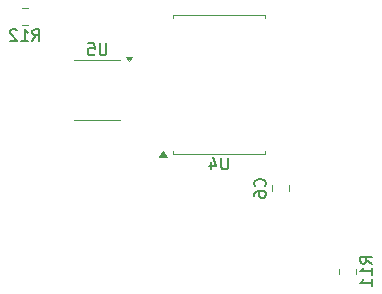
<source format=gbr>
%TF.GenerationSoftware,KiCad,Pcbnew,8.0.2-1*%
%TF.CreationDate,2024-05-27T06:20:34-04:00*%
%TF.ProjectId,ORA_Arduino_ESP_CAN_Shield_Rev_2,4f52415f-4172-4647-9569-6e6f5f455350,rev?*%
%TF.SameCoordinates,Original*%
%TF.FileFunction,Legend,Bot*%
%TF.FilePolarity,Positive*%
%FSLAX46Y46*%
G04 Gerber Fmt 4.6, Leading zero omitted, Abs format (unit mm)*
G04 Created by KiCad (PCBNEW 8.0.2-1) date 2024-05-27 06:20:34*
%MOMM*%
%LPD*%
G01*
G04 APERTURE LIST*
%ADD10C,0.150000*%
%ADD11C,0.120000*%
G04 APERTURE END LIST*
D10*
X152189580Y-79773333D02*
X152237200Y-79725714D01*
X152237200Y-79725714D02*
X152284819Y-79582857D01*
X152284819Y-79582857D02*
X152284819Y-79487619D01*
X152284819Y-79487619D02*
X152237200Y-79344762D01*
X152237200Y-79344762D02*
X152141961Y-79249524D01*
X152141961Y-79249524D02*
X152046723Y-79201905D01*
X152046723Y-79201905D02*
X151856247Y-79154286D01*
X151856247Y-79154286D02*
X151713390Y-79154286D01*
X151713390Y-79154286D02*
X151522914Y-79201905D01*
X151522914Y-79201905D02*
X151427676Y-79249524D01*
X151427676Y-79249524D02*
X151332438Y-79344762D01*
X151332438Y-79344762D02*
X151284819Y-79487619D01*
X151284819Y-79487619D02*
X151284819Y-79582857D01*
X151284819Y-79582857D02*
X151332438Y-79725714D01*
X151332438Y-79725714D02*
X151380057Y-79773333D01*
X151284819Y-80630476D02*
X151284819Y-80440000D01*
X151284819Y-80440000D02*
X151332438Y-80344762D01*
X151332438Y-80344762D02*
X151380057Y-80297143D01*
X151380057Y-80297143D02*
X151522914Y-80201905D01*
X151522914Y-80201905D02*
X151713390Y-80154286D01*
X151713390Y-80154286D02*
X152094342Y-80154286D01*
X152094342Y-80154286D02*
X152189580Y-80201905D01*
X152189580Y-80201905D02*
X152237200Y-80249524D01*
X152237200Y-80249524D02*
X152284819Y-80344762D01*
X152284819Y-80344762D02*
X152284819Y-80535238D01*
X152284819Y-80535238D02*
X152237200Y-80630476D01*
X152237200Y-80630476D02*
X152189580Y-80678095D01*
X152189580Y-80678095D02*
X152094342Y-80725714D01*
X152094342Y-80725714D02*
X151856247Y-80725714D01*
X151856247Y-80725714D02*
X151761009Y-80678095D01*
X151761009Y-80678095D02*
X151713390Y-80630476D01*
X151713390Y-80630476D02*
X151665771Y-80535238D01*
X151665771Y-80535238D02*
X151665771Y-80344762D01*
X151665771Y-80344762D02*
X151713390Y-80249524D01*
X151713390Y-80249524D02*
X151761009Y-80201905D01*
X151761009Y-80201905D02*
X151856247Y-80154286D01*
X161264819Y-86317142D02*
X160788628Y-85983809D01*
X161264819Y-85745714D02*
X160264819Y-85745714D01*
X160264819Y-85745714D02*
X160264819Y-86126666D01*
X160264819Y-86126666D02*
X160312438Y-86221904D01*
X160312438Y-86221904D02*
X160360057Y-86269523D01*
X160360057Y-86269523D02*
X160455295Y-86317142D01*
X160455295Y-86317142D02*
X160598152Y-86317142D01*
X160598152Y-86317142D02*
X160693390Y-86269523D01*
X160693390Y-86269523D02*
X160741009Y-86221904D01*
X160741009Y-86221904D02*
X160788628Y-86126666D01*
X160788628Y-86126666D02*
X160788628Y-85745714D01*
X161264819Y-87269523D02*
X161264819Y-86698095D01*
X161264819Y-86983809D02*
X160264819Y-86983809D01*
X160264819Y-86983809D02*
X160407676Y-86888571D01*
X160407676Y-86888571D02*
X160502914Y-86793333D01*
X160502914Y-86793333D02*
X160550533Y-86698095D01*
X161264819Y-88221904D02*
X161264819Y-87650476D01*
X161264819Y-87936190D02*
X160264819Y-87936190D01*
X160264819Y-87936190D02*
X160407676Y-87840952D01*
X160407676Y-87840952D02*
X160502914Y-87745714D01*
X160502914Y-87745714D02*
X160550533Y-87650476D01*
X138771904Y-67669819D02*
X138771904Y-68479342D01*
X138771904Y-68479342D02*
X138724285Y-68574580D01*
X138724285Y-68574580D02*
X138676666Y-68622200D01*
X138676666Y-68622200D02*
X138581428Y-68669819D01*
X138581428Y-68669819D02*
X138390952Y-68669819D01*
X138390952Y-68669819D02*
X138295714Y-68622200D01*
X138295714Y-68622200D02*
X138248095Y-68574580D01*
X138248095Y-68574580D02*
X138200476Y-68479342D01*
X138200476Y-68479342D02*
X138200476Y-67669819D01*
X137248095Y-67669819D02*
X137724285Y-67669819D01*
X137724285Y-67669819D02*
X137771904Y-68146009D01*
X137771904Y-68146009D02*
X137724285Y-68098390D01*
X137724285Y-68098390D02*
X137629047Y-68050771D01*
X137629047Y-68050771D02*
X137390952Y-68050771D01*
X137390952Y-68050771D02*
X137295714Y-68098390D01*
X137295714Y-68098390D02*
X137248095Y-68146009D01*
X137248095Y-68146009D02*
X137200476Y-68241247D01*
X137200476Y-68241247D02*
X137200476Y-68479342D01*
X137200476Y-68479342D02*
X137248095Y-68574580D01*
X137248095Y-68574580D02*
X137295714Y-68622200D01*
X137295714Y-68622200D02*
X137390952Y-68669819D01*
X137390952Y-68669819D02*
X137629047Y-68669819D01*
X137629047Y-68669819D02*
X137724285Y-68622200D01*
X137724285Y-68622200D02*
X137771904Y-68574580D01*
X149071904Y-77344819D02*
X149071904Y-78154342D01*
X149071904Y-78154342D02*
X149024285Y-78249580D01*
X149024285Y-78249580D02*
X148976666Y-78297200D01*
X148976666Y-78297200D02*
X148881428Y-78344819D01*
X148881428Y-78344819D02*
X148690952Y-78344819D01*
X148690952Y-78344819D02*
X148595714Y-78297200D01*
X148595714Y-78297200D02*
X148548095Y-78249580D01*
X148548095Y-78249580D02*
X148500476Y-78154342D01*
X148500476Y-78154342D02*
X148500476Y-77344819D01*
X147595714Y-77678152D02*
X147595714Y-78344819D01*
X147833809Y-77297200D02*
X148071904Y-78011485D01*
X148071904Y-78011485D02*
X147452857Y-78011485D01*
X132512857Y-67474819D02*
X132846190Y-66998628D01*
X133084285Y-67474819D02*
X133084285Y-66474819D01*
X133084285Y-66474819D02*
X132703333Y-66474819D01*
X132703333Y-66474819D02*
X132608095Y-66522438D01*
X132608095Y-66522438D02*
X132560476Y-66570057D01*
X132560476Y-66570057D02*
X132512857Y-66665295D01*
X132512857Y-66665295D02*
X132512857Y-66808152D01*
X132512857Y-66808152D02*
X132560476Y-66903390D01*
X132560476Y-66903390D02*
X132608095Y-66951009D01*
X132608095Y-66951009D02*
X132703333Y-66998628D01*
X132703333Y-66998628D02*
X133084285Y-66998628D01*
X131560476Y-67474819D02*
X132131904Y-67474819D01*
X131846190Y-67474819D02*
X131846190Y-66474819D01*
X131846190Y-66474819D02*
X131941428Y-66617676D01*
X131941428Y-66617676D02*
X132036666Y-66712914D01*
X132036666Y-66712914D02*
X132131904Y-66760533D01*
X131179523Y-66570057D02*
X131131904Y-66522438D01*
X131131904Y-66522438D02*
X131036666Y-66474819D01*
X131036666Y-66474819D02*
X130798571Y-66474819D01*
X130798571Y-66474819D02*
X130703333Y-66522438D01*
X130703333Y-66522438D02*
X130655714Y-66570057D01*
X130655714Y-66570057D02*
X130608095Y-66665295D01*
X130608095Y-66665295D02*
X130608095Y-66760533D01*
X130608095Y-66760533D02*
X130655714Y-66903390D01*
X130655714Y-66903390D02*
X131227142Y-67474819D01*
X131227142Y-67474819D02*
X130608095Y-67474819D01*
D11*
%TO.C,C6*%
X152775000Y-80201252D02*
X152775000Y-79678748D01*
X154245000Y-80201252D02*
X154245000Y-79678748D01*
%TO.C,R11*%
X158425000Y-86732936D02*
X158425000Y-87187064D01*
X159895000Y-86732936D02*
X159895000Y-87187064D01*
%TO.C,U5*%
X136060000Y-69055000D02*
X138010000Y-69055000D01*
X136060000Y-74175000D02*
X138010000Y-74175000D01*
X139960000Y-69055000D02*
X138010000Y-69055000D01*
X139960000Y-74175000D02*
X138010000Y-74175000D01*
X140710000Y-69150000D02*
X140470000Y-68820000D01*
X140950000Y-68820000D01*
X140710000Y-69150000D01*
G36*
X140710000Y-69150000D02*
G01*
X140470000Y-68820000D01*
X140950000Y-68820000D01*
X140710000Y-69150000D01*
G37*
%TO.C,U4*%
X144450000Y-65285000D02*
X148310000Y-65285000D01*
X144450000Y-65530000D02*
X144450000Y-65285000D01*
X144450000Y-76810000D02*
X144450000Y-77055000D01*
X144450000Y-77055000D02*
X148310000Y-77055000D01*
X152170000Y-65285000D02*
X148310000Y-65285000D01*
X152170000Y-65530000D02*
X152170000Y-65285000D01*
X152170000Y-76810000D02*
X152170000Y-77055000D01*
X152170000Y-77055000D02*
X148310000Y-77055000D01*
X143937500Y-77280000D02*
X143257500Y-77280000D01*
X143597500Y-76810000D01*
X143937500Y-77280000D01*
G36*
X143937500Y-77280000D02*
G01*
X143257500Y-77280000D01*
X143597500Y-76810000D01*
X143937500Y-77280000D01*
G37*
%TO.C,R12*%
X132097064Y-64635000D02*
X131642936Y-64635000D01*
X132097064Y-66105000D02*
X131642936Y-66105000D01*
%TD*%
M02*

</source>
